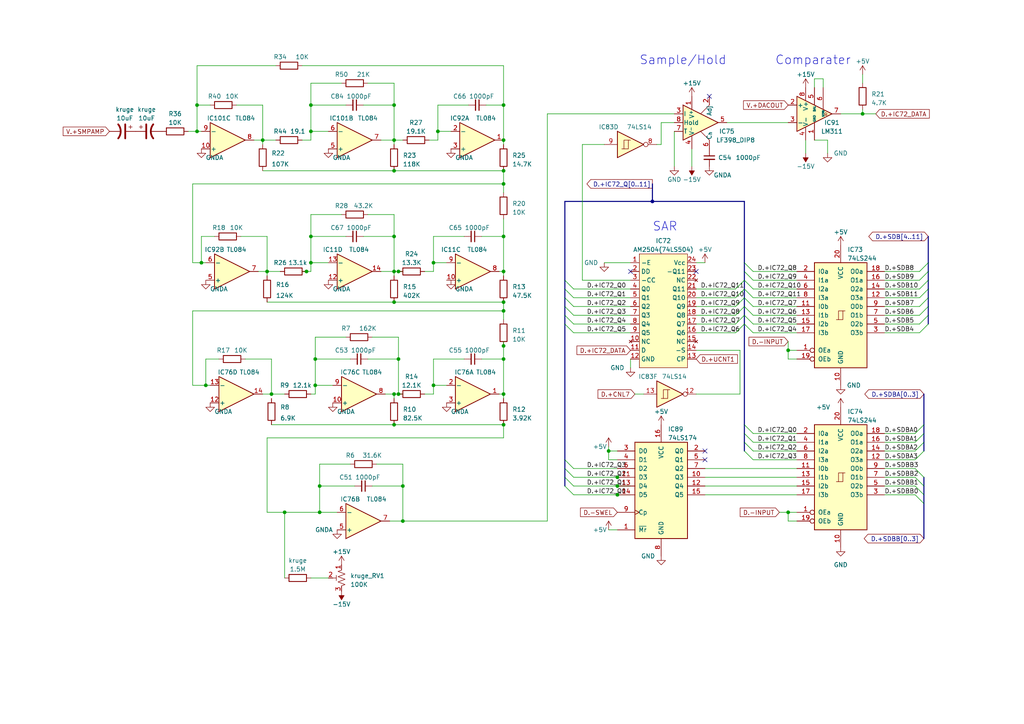
<source format=kicad_sch>
(kicad_sch (version 20230121) (generator eeschema)
  (paper "A4")
  (lib_symbols
    (symbol "74xx:74LS14" (pin_names (offset 1.016))
      (property "Reference" "U" (at 0 1.27 0))
      (property "Value" "74LS14" (at 0 -1.27 0))
      (symbol "74LS14_1_0"
        (pin input line (at -7.62 0 0) (length 3.81) (name "~") (number "1"))
        (pin output inverted (at 7.62 0 180) (length 3.81) (name "~") (number "2"))
      )
      (symbol "74LS14_2_0"
        (pin input line (at -7.62 0 0) (length 3.81) (name "~") (number "3"))
        (pin output inverted (at 7.62 0 180) (length 3.81) (name "~") (number "4"))
      )
      (symbol "74LS14_3_0"
        (pin input line (at -7.62 0 0) (length 3.81) (name "~") (number "5"))
        (pin output inverted (at 7.62 0 180) (length 3.81) (name "~") (number "6"))
      )
      (symbol "74LS14_4_0"
        (pin output inverted (at 7.62 0 180) (length 3.81) (name "~") (number "8"))
        (pin input line (at -7.62 0 0) (length 3.81) (name "~") (number "9"))
      )
      (symbol "74LS14_5_0"
        (pin output inverted (at 7.62 0 180) (length 3.81) (name "~") (number "10"))
        (pin input line (at -7.62 0 0) (length 3.81) (name "~") (number "11"))
      )
      (symbol "74LS14_6_0"
        (pin output inverted (at 7.62 0 180) (length 3.81) (name "~") (number "12"))
        (pin input line (at -7.62 0 0) (length 3.81) (name "~") (number "13"))
      )
      (symbol "74LS14_7_0"
        (pin power_in line (at 0 12.7 270) (length 5.08) (name "VCC") (number "14"))
        (pin power_in line (at 0 -12.7 90) (length 5.08) (name "GND") (number "7"))
      )
    )
    (symbol "74xx:74LS174" (pin_names (offset 1.016))
      (property "Reference" "U" (at -7.62 13.97 0))
      (property "Value" "74LS174" (at -7.62 -16.51 0))
      (symbol "74LS174_1_0"
        (pin input line (at -12.7 -12.7 0) (length 5.08) (name "~{Mr}") (number "1"))
        (pin output line (at 12.7 2.54 180) (length 5.08) (name "Q3") (number "10"))
        (pin input line (at -12.7 2.54 0) (length 5.08) (name "D3") (number "11"))
        (pin output line (at 12.7 0 180) (length 5.08) (name "Q4") (number "12"))
        (pin input line (at -12.7 0 0) (length 5.08) (name "D4") (number "13"))
        (pin input line (at -12.7 -2.54 0) (length 5.08) (name "D5") (number "14"))
        (pin output line (at 12.7 -2.54 180) (length 5.08) (name "Q5") (number "15"))
        (pin power_in line (at 0 17.78 270) (length 5.08) (name "VCC") (number "16"))
        (pin output line (at 12.7 10.16 180) (length 5.08) (name "Q0") (number "2"))
        (pin input line (at -12.7 10.16 0) (length 5.08) (name "D0") (number "3"))
        (pin input line (at -12.7 7.62 0) (length 5.08) (name "D1") (number "4"))
        (pin output line (at 12.7 7.62 180) (length 5.08) (name "Q1") (number "5"))
        (pin input line (at -12.7 5.08 0) (length 5.08) (name "D2") (number "6"))
        (pin output line (at 12.7 5.08 180) (length 5.08) (name "Q2") (number "7"))
        (pin power_in line (at 0 -20.32 90) (length 5.08) (name "GND") (number "8"))
        (pin input clock (at -12.7 -7.62 0) (length 5.08) (name "Cp") (number "9"))
      )
    )
    (symbol "74xx:74LS244" (pin_names (offset 1.016))
      (property "Reference" "U" (at -7.62 16.51 0))
      (property "Value" "74LS244" (at -7.62 -16.51 0))
      (symbol "74LS244_1_0"
        (pin input inverted (at -12.7 -10.16 0) (length 5.08) (name "OEa") (number "1"))
        (pin power_in line (at 0 -20.32 90) (length 5.08) (name "GND") (number "10"))
        (pin input line (at -12.7 2.54 0) (length 5.08) (name "I0b") (number "11"))
        (pin tri_state line (at 12.7 5.08 180) (length 5.08) (name "O3a") (number "12"))
        (pin input line (at -12.7 0 0) (length 5.08) (name "I1b") (number "13"))
        (pin tri_state line (at 12.7 7.62 180) (length 5.08) (name "O2a") (number "14"))
        (pin input line (at -12.7 -2.54 0) (length 5.08) (name "I2b") (number "15"))
        (pin tri_state line (at 12.7 10.16 180) (length 5.08) (name "O1a") (number "16"))
        (pin input line (at -12.7 -5.08 0) (length 5.08) (name "I3b") (number "17"))
        (pin tri_state line (at 12.7 12.7 180) (length 5.08) (name "O0a") (number "18"))
        (pin input inverted (at -12.7 -12.7 0) (length 5.08) (name "OEb") (number "19"))
        (pin input line (at -12.7 12.7 0) (length 5.08) (name "I0a") (number "2"))
        (pin power_in line (at 0 20.32 270) (length 5.08) (name "VCC") (number "20"))
        (pin tri_state line (at 12.7 -5.08 180) (length 5.08) (name "O3b") (number "3"))
        (pin input line (at -12.7 10.16 0) (length 5.08) (name "I1a") (number "4"))
        (pin tri_state line (at 12.7 -2.54 180) (length 5.08) (name "O2b") (number "5"))
        (pin input line (at -12.7 7.62 0) (length 5.08) (name "I2a") (number "6"))
        (pin tri_state line (at 12.7 0 180) (length 5.08) (name "O1b") (number "7"))
        (pin input line (at -12.7 5.08 0) (length 5.08) (name "I3a") (number "8"))
        (pin tri_state line (at 12.7 2.54 180) (length 5.08) (name "O0b") (number "9"))
      )
    )
    (symbol "Amplifier_Operational:TL084" (pin_names (offset 0.127))
      (property "Reference" "U" (at 0 5.08 0))
      (property "Value" "TL084" (at 0 -5.08 0))
      (symbol "TL084_1_1"
        (pin output line (at 7.62 0 180) (length 2.54) (name "~") (number "1"))
        (pin input line (at -7.62 -2.54 0) (length 2.54) (name "-") (number "2"))
        (pin input line (at -7.62 2.54 0) (length 2.54) (name "+") (number "3"))
      )
      (symbol "TL084_2_1"
        (pin input line (at -7.62 2.54 0) (length 2.54) (name "+") (number "5"))
        (pin input line (at -7.62 -2.54 0) (length 2.54) (name "-") (number "6"))
        (pin output line (at 7.62 0 180) (length 2.54) (name "~") (number "7"))
      )
      (symbol "TL084_3_1"
        (pin input line (at -7.62 2.54 0) (length 2.54) (name "+") (number "10"))
        (pin output line (at 7.62 0 180) (length 2.54) (name "~") (number "8"))
        (pin input line (at -7.62 -2.54 0) (length 2.54) (name "-") (number "9"))
      )
      (symbol "TL084_4_1"
        (pin input line (at -7.62 2.54 0) (length 2.54) (name "+") (number "12"))
        (pin input line (at -7.62 -2.54 0) (length 2.54) (name "-") (number "13"))
        (pin output line (at 7.62 0 180) (length 2.54) (name "~") (number "14"))
      )
      (symbol "TL084_5_1"
        (pin power_in line (at -2.54 -7.62 90) (length 3.81) (name "V-") (number "11"))
        (pin power_in line (at -2.54 7.62 270) (length 3.81) (name "V+") (number "4"))
      )
    )
    (symbol "Analog:LF398_DIP8" (pin_names (offset 0.127))
      (property "Reference" "U" (at 5.08 3.81 0))
      (property "Value" "LF398_DIP8" (at 5.08 -2.54 0))
      (symbol "LF398_DIP8_1_1"
        (pin passive line (at -2.54 7.62 270) (length 3.81) (name "V^{+}") (number "1"))
        (pin passive line (at 2.54 7.62 270) (length 2.54) (name "Adj") (number "2"))
        (pin input line (at -7.62 2.54 0) (length 2.54) (name "I") (number "3"))
        (pin passive line (at -2.54 -7.62 90) (length 3.81) (name "V^{-}") (number "4"))
        (pin output line (at 7.62 0 180) (length 2.54) (name "~") (number "5"))
        (pin passive line (at 2.54 -7.62 90) (length 2.54) (name "C_{h}") (number "6"))
        (pin passive line (at -7.62 -2.54 0) (length 2.54) (name "T") (number "7"))
        (pin input line (at -7.62 0 0) (length 2.54) (name "Hold") (number "8"))
      )
    )
    (symbol "Comparator:LM311" (pin_names (offset 0.127))
      (property "Reference" "U" (at 3.81 6.35 0))
      (property "Value" "LM311" (at 3.81 3.81 0))
      (symbol "LM311_1_1"
        (pin passive line (at 0 -7.62 90) (length 5.08) (name "GND") (number "1"))
        (pin input line (at -7.62 2.54 0) (length 2.54) (name "+") (number "2"))
        (pin input line (at -7.62 -2.54 0) (length 2.54) (name "-") (number "3"))
        (pin power_in line (at -2.54 -7.62 90) (length 3.81) (name "V-") (number "4"))
        (pin input line (at 0 7.62 270) (length 5.08) (name "BAL") (number "5"))
        (pin input line (at 2.54 7.62 270) (length 6.35) (name "STRB") (number "6"))
        (pin open_collector line (at 7.62 0 180) (length 2.54) (name "~") (number "7"))
        (pin power_in line (at -2.54 7.62 270) (length 3.81) (name "V+") (number "8"))
      )
    )
    (symbol "Device:C_Polarized_US" (pin_numbers hide) (pin_names (offset 0.254) hide)
      (property "Reference" "C" (at 0.635 2.54 0))
      (property "Value" "C_Polarized_US" (at 0.635 -2.54 0))
      (symbol "C_Polarized_US_1_1"
        (pin passive line (at 0 3.81 270) (length 2.794) (name "~") (number "1"))
        (pin passive line (at 0 -3.81 90) (length 3.302) (name "~") (number "2"))
      )
    )
    (symbol "Device:C_Small" (pin_numbers hide) (pin_names (offset 0.254) hide)
      (property "Reference" "C" (at 0.254 1.778 0))
      (property "Value" "C_Small" (at 0.254 -2.032 0))
      (symbol "C_Small_1_1"
        (pin passive line (at 0 2.54 270) (length 2.032) (name "~") (number "1"))
        (pin passive line (at 0 -2.54 90) (length 2.032) (name "~") (number "2"))
      )
    )
    (symbol "Device:R" (pin_numbers hide) (pin_names (offset 0))
      (property "Reference" "R" (at 2.032 0 90))
      (property "Value" "R" (at 0 0 90))
      (symbol "R_1_1"
        (pin passive line (at 0 3.81 270) (length 1.27) (name "~") (number "1"))
        (pin passive line (at 0 -3.81 90) (length 1.27) (name "~") (number "2"))
      )
    )
    (symbol "Device:R_Potentiometer_Trim_US" (pin_names (offset 1.016) hide)
      (property "Reference" "RV" (at -4.445 0 90))
      (property "Value" "R_Potentiometer_Trim_US" (at -2.54 0 90))
      (symbol "R_Potentiometer_Trim_US_1_1"
        (pin passive line (at 0 3.81 270) (length 1.27) (name "1") (number "1"))
        (pin passive line (at 3.81 0 180) (length 1.27) (name "2") (number "2"))
        (pin passive line (at 0 -3.81 90) (length 1.27) (name "3") (number "3"))
      )
    )
    (symbol "SamacSys_Parts:AM2504"
      (property "Reference" "IC" (at -2.54 2.54 0))
      (property "Value" "AM2504(74LS504)" (at 1.27 0 0))
      (symbol "AM2504_1_1"
        (pin input line (at -8.89 -3.81 0) (length 2.54) (name "-E") (number "1"))
        (pin no_connect line (at -8.89 -26.67 0) (length 2.54) (name "NC") (number "10"))
        (pin input line (at -8.89 -29.21 0) (length 2.54) (name "D") (number "11"))
        (pin power_in line (at -8.89 -31.75 0) (length 2.54) (name "GND") (number "12"))
        (pin input line (at 10.16 -31.75 180) (length 2.54) (name "CP") (number "13"))
        (pin input line (at 10.16 -29.21 180) (length 2.54) (name "-S") (number "14"))
        (pin no_connect line (at 10.16 -26.67 180) (length 2.54) (name "NC") (number "15"))
        (pin output line (at 10.16 -24.13 180) (length 2.54) (name "Q6") (number "16"))
        (pin output line (at 10.16 -21.59 180) (length 2.54) (name "Q7") (number "17"))
        (pin output line (at 10.16 -19.05 180) (length 2.54) (name "Q8") (number "18"))
        (pin output line (at 10.16 -16.51 180) (length 2.54) (name "Q9") (number "19"))
        (pin output line (at -8.89 -6.35 0) (length 2.54) (name "DD") (number "2"))
        (pin output line (at 10.16 -13.97 180) (length 2.54) (name "Q10") (number "20"))
        (pin output line (at 10.16 -11.43 180) (length 2.54) (name "Q11") (number "21"))
        (pin no_connect line (at 10.16 -8.89 180) (length 2.54) (name "NC") (number "22"))
        (pin output line (at 10.16 -6.35 180) (length 2.54) (name "-Q11") (number "23"))
        (pin power_in line (at 10.16 -3.81 180) (length 2.54) (name "Vcc") (number "24"))
        (pin input line (at -8.89 -8.89 0) (length 2.54) (name "-CC") (number "3"))
        (pin output line (at -8.89 -11.43 0) (length 2.54) (name "Q0") (number "4"))
        (pin output line (at -8.89 -13.97 0) (length 2.54) (name "Q1") (number "5"))
        (pin output line (at -8.89 -16.51 0) (length 2.54) (name "Q2") (number "6"))
        (pin output line (at -8.89 -19.05 0) (length 2.54) (name "Q3") (number "7"))
        (pin output line (at -8.89 -21.59 0) (length 2.54) (name "Q4") (number "8"))
        (pin output line (at -8.89 -24.13 0) (length 2.54) (name "Q5") (number "9"))
      )
    )
    (symbol "power:+15V" (power) (pin_names (offset 0))
      (property "Value" "+15V" (at 0 3.556 0))
      (symbol "+15V_1_1"
        (pin power_in line (at 0 0 90) (length 0) hide (name "+15V") (number "1"))
      )
    )
    (symbol "power:+5V" (power) (pin_names (offset 0))
      (property "Value" "+5V" (at 0 3.556 0))
      (symbol "+5V_1_1"
        (pin power_in line (at 0 0 90) (length 0) hide (name "+5V") (number "1"))
      )
    )
    (symbol "power:-15V" (power) (pin_names (offset 0))
      (property "Value" "-15V" (at 0 3.81 0))
      (symbol "-15V_0_0"
        (pin power_in line (at 0 0 90) (length 0) hide (name "-15V") (number "1"))
      )
    )
    (symbol "power:GND" (power) (pin_names (offset 0))
      (property "Value" "GND" (at 0 -3.81 0))
      (symbol "GND_1_1"
        (pin power_in line (at 0 0 270) (length 0) hide (name "GND") (number "1"))
      )
    )
    (symbol "power:GNDA" (power) (pin_names (offset 0))
      (property "Value" "GNDA" (at 0 -3.81 0))
      (symbol "GNDA_1_1"
        (pin power_in line (at 0 0 270) (length 0) hide (name "GNDA") (number "1"))
      )
    )
  )
  (junction (at 114.3 87.63))
  (junction (at 146.05 104.14))
  (junction (at 115.57 114.3))
  (junction (at 189.23 58.42))
  (junction (at 92.71 140.97))
  (junction (at 146.05 114.3))
  (junction (at 91.44 111.76))
  (junction (at 92.71 148.59))
  (junction (at 146.05 68.58))
  (junction (at 228.6 148.59))
  (junction (at 114.3 78.74))
  (junction (at 114.3 123.19))
  (junction (at 146.05 40.64))
  (junction (at 179.07 143.51))
  (junction (at 125.73 76.2))
  (junction (at 176.53 130.81))
  (junction (at 114.3 30.48))
  (junction (at 146.05 100.33))
  (junction (at 82.55 148.59))
  (junction (at 146.05 78.74))
  (junction (at 125.73 111.76))
  (junction (at 146.05 49.53))
  (junction (at 116.84 140.97))
  (junction (at 77.47 78.74))
  (junction (at 90.17 76.2))
  (junction (at 114.3 114.3))
  (junction (at 115.57 78.74))
  (junction (at 146.05 87.63))
  (junction (at 88.9 78.74))
  (junction (at 114.3 40.64))
  (junction (at 114.3 68.58))
  (junction (at 228.6 101.6))
  (junction (at 90.17 30.48))
  (junction (at 114.3 49.53))
  (junction (at 146.05 30.48))
  (junction (at 250.19 33.02))
  (junction (at 179.07 140.97))
  (junction (at 146.05 123.19))
  (junction (at 78.74 114.3))
  (junction (at 146.05 90.17))
  (junction (at 91.44 104.14))
  (junction (at 58.42 76.2))
  (junction (at 116.84 151.13))
  (junction (at 90.17 68.58))
  (junction (at 90.17 38.1))
  (junction (at 57.15 30.48))
  (junction (at 127 38.1))
  (junction (at 57.15 38.1))
  (junction (at 179.07 138.43))
  (junction (at 115.57 104.14))
  (junction (at 59.69 111.76))
  (junction (at 146.05 53.34))
  (junction (at 76.2 40.64))
  (no_connect (at 205.74 27.94))
  (no_connect (at 182.88 78.74))
  (no_connect (at 204.47 130.81))
  (no_connect (at 204.47 133.35))
  (no_connect (at 201.93 78.74))
  (bus_entry (at 166.37 91.44) (size -2.54 -2.54))
  (bus_entry (at 266.7 93.98) (size 2.54 -2.54))
  (bus_entry (at 218.44 130.81) (size -2.54 -2.54))
  (bus_entry (at 265.43 133.35) (size 2.54 -2.54))
  (bus_entry (at 218.44 133.35) (size -2.54 -2.54))
  (bus_entry (at 166.37 88.9) (size -2.54 -2.54))
  (bus_entry (at 218.44 128.27) (size -2.54 -2.54))
  (bus_entry (at 218.44 88.9) (size -2.54 -2.54))
  (bus_entry (at 265.43 125.73) (size 2.54 -2.54))
  (bus_entry (at 266.7 83.82) (size 2.54 -2.54))
  (bus_entry (at 266.7 78.74) (size 2.54 -2.54))
  (bus_entry (at 266.7 88.9) (size 2.54 -2.54))
  (bus_entry (at 265.43 138.43) (size 2.54 2.54))
  (bus_entry (at 213.36 91.44) (size 2.54 -2.54))
  (bus_entry (at 166.37 135.89) (size -2.54 -2.54))
  (bus_entry (at 218.44 96.52) (size -2.54 -2.54))
  (bus_entry (at 218.44 81.28) (size -2.54 -2.54))
  (bus_entry (at 218.44 83.82) (size -2.54 -2.54))
  (bus_entry (at 213.36 86.36) (size 2.54 -2.54))
  (bus_entry (at 266.7 91.44) (size 2.54 -2.54))
  (bus_entry (at 166.37 143.51) (size -2.54 -2.54))
  (bus_entry (at 213.36 83.82) (size 2.54 -2.54))
  (bus_entry (at 266.7 86.36) (size 2.54 -2.54))
  (bus_entry (at 266.7 96.52) (size 2.54 -2.54))
  (bus_entry (at 218.44 78.74) (size -2.54 -2.54))
  (bus_entry (at 218.44 91.44) (size -2.54 -2.54))
  (bus_entry (at 265.43 140.97) (size 2.54 2.54))
  (bus_entry (at 213.36 96.52) (size 2.54 -2.54))
  (bus_entry (at 166.37 83.82) (size -2.54 -2.54))
  (bus_entry (at 265.43 130.81) (size 2.54 -2.54))
  (bus_entry (at 166.37 86.36) (size -2.54 -2.54))
  (bus_entry (at 166.37 138.43) (size -2.54 -2.54))
  (bus_entry (at 166.37 140.97) (size -2.54 -2.54))
  (bus_entry (at 218.44 93.98) (size -2.54 -2.54))
  (bus_entry (at 265.43 135.89) (size 2.54 2.54))
  (bus_entry (at 218.44 86.36) (size -2.54 -2.54))
  (bus_entry (at 218.44 125.73) (size -2.54 -2.54))
  (bus_entry (at 265.43 128.27) (size 2.54 -2.54))
  (bus_entry (at 166.37 93.98) (size -2.54 -2.54))
  (bus_entry (at 213.36 93.98) (size 2.54 -2.54))
  (bus_entry (at 213.36 88.9) (size 2.54 -2.54))
  (bus_entry (at 266.7 81.28) (size 2.54 -2.54))
  (bus_entry (at 166.37 96.52) (size -2.54 -2.54))
  (bus_entry (at 265.43 143.51) (size 2.54 2.54))
  (wire (pts (xy 146.05 90.17) (xy 146.05 92.71)))
  (wire (pts (xy 256.54 133.35) (xy 265.43 133.35)))
  (wire (pts (xy 236.22 25.4) (xy 236.22 22.86)))
  (wire (pts (xy 256.54 130.81) (xy 265.43 130.81)))
  (wire (pts (xy 204.47 138.43) (xy 231.14 138.43)))
  (wire (pts (xy 101.6 134.62) (xy 92.71 134.62)))
  (bus (pts (xy 267.97 138.43) (xy 267.97 140.97)))
  (bus (pts (xy 215.9 123.19) (xy 215.9 125.73)))
  (bus (pts (xy 215.9 83.82) (xy 215.9 86.36)))
  (wire (pts (xy 57.15 38.1) (xy 58.42 38.1)))
  (wire (pts (xy 250.19 21.59) (xy 250.19 24.13)))
  (wire (pts (xy 76.2 49.53) (xy 114.3 49.53)))
  (wire (pts (xy 146.05 115.57) (xy 146.05 114.3)))
  (wire (pts (xy 146.05 80.01) (xy 146.05 78.74)))
  (wire (pts (xy 116.84 151.13) (xy 113.03 151.13)))
  (bus (pts (xy 215.9 93.98) (xy 215.9 123.19)))
  (wire (pts (xy 116.84 140.97) (xy 116.84 134.62)))
  (wire (pts (xy 228.6 101.6) (xy 231.14 101.6)))
  (wire (pts (xy 214.63 114.3) (xy 214.63 101.6)))
  (wire (pts (xy 90.17 167.64) (xy 95.25 167.64)))
  (wire (pts (xy 182.88 106.68) (xy 182.88 104.14)))
  (wire (pts (xy 102.87 140.97) (xy 92.71 140.97)))
  (wire (pts (xy 158.75 151.13) (xy 158.75 33.02)))
  (wire (pts (xy 214.63 114.3) (xy 201.93 114.3)))
  (wire (pts (xy 204.47 76.2) (xy 201.93 76.2)))
  (wire (pts (xy 115.57 104.14) (xy 115.57 97.79)))
  (wire (pts (xy 114.3 62.23) (xy 106.68 62.23)))
  (wire (pts (xy 233.68 44.45) (xy 233.68 40.64)))
  (bus (pts (xy 163.83 135.89) (xy 163.83 133.35)))
  (wire (pts (xy 146.05 68.58) (xy 139.7 68.58)))
  (bus (pts (xy 215.9 125.73) (xy 215.9 128.27)))
  (wire (pts (xy 55.88 111.76) (xy 59.69 111.76)))
  (wire (pts (xy 218.44 125.73) (xy 231.14 125.73)))
  (wire (pts (xy 77.47 78.74) (xy 81.28 78.74)))
  (wire (pts (xy 146.05 49.53) (xy 146.05 53.34)))
  (bus (pts (xy 163.83 58.42) (xy 163.83 81.28)))
  (wire (pts (xy 146.05 127) (xy 77.47 127)))
  (wire (pts (xy 114.3 87.63) (xy 146.05 87.63)))
  (wire (pts (xy 218.44 128.27) (xy 231.14 128.27)))
  (wire (pts (xy 256.54 86.36) (xy 266.7 86.36)))
  (wire (pts (xy 158.75 33.02) (xy 195.58 33.02)))
  (bus (pts (xy 189.23 58.42) (xy 215.9 58.42)))
  (wire (pts (xy 218.44 88.9) (xy 231.14 88.9)))
  (bus (pts (xy 267.97 146.05) (xy 267.97 156.21)))
  (wire (pts (xy 231.14 151.13) (xy 228.6 151.13)))
  (wire (pts (xy 201.93 86.36) (xy 213.36 86.36)))
  (wire (pts (xy 77.47 87.63) (xy 114.3 87.63)))
  (wire (pts (xy 99.06 62.23) (xy 90.17 62.23)))
  (bus (pts (xy 269.24 81.28) (xy 269.24 83.82)))
  (wire (pts (xy 201.93 91.44) (xy 213.36 91.44)))
  (wire (pts (xy 115.57 97.79) (xy 107.95 97.79)))
  (wire (pts (xy 60.96 30.48) (xy 57.15 30.48)))
  (wire (pts (xy 240.03 40.64) (xy 236.22 40.64)))
  (wire (pts (xy 168.91 81.28) (xy 168.91 41.91)))
  (wire (pts (xy 125.73 111.76) (xy 129.54 111.76)))
  (wire (pts (xy 100.33 30.48) (xy 90.17 30.48)))
  (bus (pts (xy 269.24 88.9) (xy 269.24 91.44)))
  (wire (pts (xy 114.3 40.64) (xy 114.3 30.48)))
  (wire (pts (xy 91.44 111.76) (xy 96.52 111.76)))
  (wire (pts (xy 218.44 83.82) (xy 231.14 83.82)))
  (wire (pts (xy 114.3 30.48) (xy 114.3 24.13)))
  (bus (pts (xy 267.97 143.51) (xy 267.97 146.05)))
  (wire (pts (xy 250.19 31.75) (xy 250.19 33.02)))
  (wire (pts (xy 166.37 83.82) (xy 182.88 83.82)))
  (wire (pts (xy 256.54 140.97) (xy 265.43 140.97)))
  (wire (pts (xy 146.05 114.3) (xy 144.78 114.3)))
  (wire (pts (xy 146.05 63.5) (xy 146.05 68.58)))
  (wire (pts (xy 54.61 38.1) (xy 57.15 38.1)))
  (wire (pts (xy 59.69 104.14) (xy 59.69 111.76)))
  (wire (pts (xy 182.88 138.43) (xy 179.07 138.43)))
  (wire (pts (xy 256.54 78.74) (xy 266.7 78.74)))
  (bus (pts (xy 215.9 86.36) (xy 215.9 88.9)))
  (wire (pts (xy 116.84 151.13) (xy 158.75 151.13)))
  (wire (pts (xy 176.53 130.81) (xy 179.07 130.81)))
  (wire (pts (xy 63.5 104.14) (xy 59.69 104.14)))
  (wire (pts (xy 256.54 143.51) (xy 265.43 143.51)))
  (bus (pts (xy 215.9 76.2) (xy 215.9 58.42)))
  (wire (pts (xy 166.37 138.43) (xy 179.07 138.43)))
  (wire (pts (xy 114.3 123.19) (xy 146.05 123.19)))
  (bus (pts (xy 163.83 93.98) (xy 163.83 133.35)))
  (bus (pts (xy 269.24 78.74) (xy 269.24 81.28)))
  (bus (pts (xy 215.9 81.28) (xy 215.9 78.74)))
  (wire (pts (xy 228.6 151.13) (xy 228.6 148.59)))
  (wire (pts (xy 256.54 138.43) (xy 265.43 138.43)))
  (wire (pts (xy 125.73 78.74) (xy 125.73 76.2)))
  (wire (pts (xy 256.54 128.27) (xy 265.43 128.27)))
  (wire (pts (xy 166.37 96.52) (xy 182.88 96.52)))
  (wire (pts (xy 166.37 143.51) (xy 179.07 143.51)))
  (wire (pts (xy 55.88 90.17) (xy 55.88 111.76)))
  (wire (pts (xy 77.47 78.74) (xy 77.47 80.01)))
  (wire (pts (xy 182.88 81.28) (xy 168.91 81.28)))
  (wire (pts (xy 127 40.64) (xy 127 38.1)))
  (wire (pts (xy 129.54 81.28) (xy 130.81 81.28)))
  (wire (pts (xy 195.58 48.26) (xy 195.58 38.1)))
  (wire (pts (xy 146.05 104.14) (xy 139.7 104.14)))
  (wire (pts (xy 218.44 86.36) (xy 231.14 86.36)))
  (wire (pts (xy 146.05 87.63) (xy 146.05 90.17)))
  (bus (pts (xy 267.97 128.27) (xy 267.97 130.81)))
  (wire (pts (xy 218.44 93.98) (xy 231.14 93.98)))
  (wire (pts (xy 114.3 68.58) (xy 105.41 68.58)))
  (bus (pts (xy 269.24 91.44) (xy 269.24 93.98)))
  (wire (pts (xy 114.3 68.58) (xy 114.3 62.23)))
  (wire (pts (xy 90.17 24.13) (xy 90.17 30.48)))
  (wire (pts (xy 135.89 30.48) (xy 127 30.48)))
  (wire (pts (xy 191.77 41.91) (xy 191.77 35.56)))
  (wire (pts (xy 125.73 76.2) (xy 129.54 76.2)))
  (wire (pts (xy 228.6 99.06) (xy 228.6 101.6)))
  (wire (pts (xy 176.53 129.54) (xy 176.53 130.81)))
  (wire (pts (xy 90.17 76.2) (xy 90.17 78.74)))
  (bus (pts (xy 163.83 91.44) (xy 163.83 93.98)))
  (bus (pts (xy 189.23 58.42) (xy 189.23 53.34)))
  (wire (pts (xy 166.37 135.89) (xy 179.07 135.89)))
  (wire (pts (xy 256.54 81.28) (xy 266.7 81.28)))
  (wire (pts (xy 91.44 97.79) (xy 91.44 104.14)))
  (wire (pts (xy 176.53 153.67) (xy 179.07 153.67)))
  (wire (pts (xy 166.37 91.44) (xy 182.88 91.44)))
  (wire (pts (xy 228.6 104.14) (xy 228.6 101.6)))
  (bus (pts (xy 267.97 123.19) (xy 267.97 125.73)))
  (wire (pts (xy 114.3 80.01) (xy 114.3 78.74)))
  (wire (pts (xy 116.84 140.97) (xy 116.84 151.13)))
  (bus (pts (xy 267.97 140.97) (xy 267.97 143.51)))
  (wire (pts (xy 218.44 78.74) (xy 231.14 78.74)))
  (wire (pts (xy 256.54 125.73) (xy 265.43 125.73)))
  (wire (pts (xy 114.3 78.74) (xy 114.3 68.58)))
  (wire (pts (xy 114.3 115.57) (xy 114.3 114.3)))
  (wire (pts (xy 90.17 30.48) (xy 90.17 38.1)))
  (wire (pts (xy 57.15 30.48) (xy 57.15 38.1)))
  (bus (pts (xy 267.97 114.3) (xy 267.97 123.19)))
  (wire (pts (xy 191.77 35.56) (xy 195.58 35.56)))
  (wire (pts (xy 110.49 40.64) (xy 114.3 40.64)))
  (bus (pts (xy 163.83 81.28) (xy 163.83 83.82)))
  (bus (pts (xy 163.83 138.43) (xy 163.83 135.89)))
  (wire (pts (xy 201.93 96.52) (xy 213.36 96.52)))
  (wire (pts (xy 92.71 148.59) (xy 97.79 148.59)))
  (wire (pts (xy 92.71 140.97) (xy 92.71 148.59)))
  (wire (pts (xy 218.44 130.81) (xy 231.14 130.81)))
  (wire (pts (xy 91.44 111.76) (xy 91.44 114.3)))
  (wire (pts (xy 77.47 148.59) (xy 82.55 148.59)))
  (wire (pts (xy 115.57 78.74) (xy 116.84 78.74)))
  (wire (pts (xy 125.73 104.14) (xy 125.73 111.76)))
  (bus (pts (xy 163.83 86.36) (xy 163.83 88.9)))
  (wire (pts (xy 114.3 41.91) (xy 114.3 40.64)))
  (wire (pts (xy 125.73 68.58) (xy 125.73 76.2)))
  (wire (pts (xy 91.44 104.14) (xy 91.44 111.76)))
  (wire (pts (xy 179.07 133.35) (xy 176.53 133.35)))
  (wire (pts (xy 214.63 101.6) (xy 201.93 101.6)))
  (wire (pts (xy 127 38.1) (xy 130.81 38.1)))
  (bus (pts (xy 215.9 128.27) (xy 215.9 130.81)))
  (wire (pts (xy 76.2 114.3) (xy 78.74 114.3)))
  (wire (pts (xy 100.33 97.79) (xy 91.44 97.79)))
  (bus (pts (xy 163.83 140.97) (xy 163.83 138.43)))
  (wire (pts (xy 76.2 40.64) (xy 80.01 40.64)))
  (wire (pts (xy 201.93 83.82) (xy 213.36 83.82)))
  (wire (pts (xy 114.3 24.13) (xy 106.68 24.13)))
  (wire (pts (xy 256.54 91.44) (xy 266.7 91.44)))
  (wire (pts (xy 78.74 123.19) (xy 114.3 123.19)))
  (wire (pts (xy 184.15 114.3) (xy 186.69 114.3)))
  (wire (pts (xy 73.66 40.64) (xy 76.2 40.64)))
  (wire (pts (xy 114.3 30.48) (xy 105.41 30.48)))
  (wire (pts (xy 125.73 114.3) (xy 123.19 114.3)))
  (wire (pts (xy 76.2 41.91) (xy 76.2 40.64)))
  (wire (pts (xy 256.54 96.52) (xy 266.7 96.52)))
  (wire (pts (xy 91.44 114.3) (xy 90.17 114.3)))
  (wire (pts (xy 92.71 134.62) (xy 92.71 140.97)))
  (wire (pts (xy 146.05 78.74) (xy 144.78 78.74)))
  (wire (pts (xy 55.88 76.2) (xy 58.42 76.2)))
  (wire (pts (xy 77.47 127) (xy 77.47 148.59)))
  (wire (pts (xy 90.17 78.74) (xy 88.9 78.74)))
  (wire (pts (xy 238.76 22.86) (xy 238.76 25.4)))
  (wire (pts (xy 110.49 78.74) (xy 114.3 78.74)))
  (wire (pts (xy 146.05 123.19) (xy 146.05 127)))
  (wire (pts (xy 146.05 53.34) (xy 146.05 55.88)))
  (wire (pts (xy 218.44 133.35) (xy 231.14 133.35)))
  (bus (pts (xy 269.24 83.82) (xy 269.24 86.36)))
  (wire (pts (xy 88.9 78.74) (xy 87.63 78.74)))
  (wire (pts (xy 114.3 78.74) (xy 115.57 78.74)))
  (bus (pts (xy 215.9 78.74) (xy 215.9 76.2)))
  (wire (pts (xy 76.2 30.48) (xy 68.58 30.48)))
  (wire (pts (xy 256.54 83.82) (xy 266.7 83.82)))
  (bus (pts (xy 269.24 68.58) (xy 269.24 76.2)))
  (wire (pts (xy 201.93 88.9) (xy 213.36 88.9)))
  (wire (pts (xy 82.55 148.59) (xy 82.55 167.64)))
  (wire (pts (xy 125.73 78.74) (xy 123.19 78.74)))
  (wire (pts (xy 101.6 104.14) (xy 91.44 104.14)))
  (wire (pts (xy 226.06 148.59) (xy 228.6 148.59)))
  (wire (pts (xy 236.22 22.86) (xy 238.76 22.86)))
  (wire (pts (xy 166.37 93.98) (xy 182.88 93.98)))
  (wire (pts (xy 80.01 19.05) (xy 57.15 19.05)))
  (wire (pts (xy 146.05 99.06) (xy 146.05 100.33)))
  (wire (pts (xy 146.05 90.17) (xy 55.88 90.17)))
  (wire (pts (xy 134.62 104.14) (xy 125.73 104.14)))
  (wire (pts (xy 78.74 114.3) (xy 82.55 114.3)))
  (wire (pts (xy 166.37 88.9) (xy 182.88 88.9)))
  (wire (pts (xy 116.84 134.62) (xy 109.22 134.62)))
  (wire (pts (xy 146.05 19.05) (xy 87.63 19.05)))
  (bus (pts (xy 269.24 86.36) (xy 269.24 88.9)))
  (wire (pts (xy 228.6 148.59) (xy 231.14 148.59)))
  (wire (pts (xy 76.2 40.64) (xy 76.2 30.48)))
  (wire (pts (xy 204.47 135.89) (xy 231.14 135.89)))
  (bus (pts (xy 215.9 88.9) (xy 215.9 91.44)))
  (bus (pts (xy 163.83 83.82) (xy 163.83 86.36)))
  (wire (pts (xy 204.47 143.51) (xy 231.14 143.51)))
  (wire (pts (xy 90.17 40.64) (xy 87.63 40.64)))
  (wire (pts (xy 90.17 62.23) (xy 90.17 68.58)))
  (wire (pts (xy 146.05 40.64) (xy 146.05 30.48)))
  (bus (pts (xy 215.9 81.28) (xy 215.9 83.82)))
  (wire (pts (xy 115.57 114.3) (xy 115.57 104.14)))
  (wire (pts (xy 146.05 30.48) (xy 146.05 19.05)))
  (wire (pts (xy 77.47 68.58) (xy 69.85 68.58)))
  (wire (pts (xy 57.15 19.05) (xy 57.15 30.48)))
  (wire (pts (xy 256.54 88.9) (xy 266.7 88.9)))
  (wire (pts (xy 114.3 49.53) (xy 146.05 49.53)))
  (wire (pts (xy 218.44 91.44) (xy 231.14 91.44)))
  (wire (pts (xy 250.19 33.02) (xy 243.84 33.02)))
  (wire (pts (xy 77.47 78.74) (xy 77.47 68.58)))
  (wire (pts (xy 134.62 68.58) (xy 125.73 68.58)))
  (wire (pts (xy 78.74 114.3) (xy 78.74 104.14)))
  (wire (pts (xy 256.54 135.89) (xy 265.43 135.89)))
  (wire (pts (xy 115.57 104.14) (xy 106.68 104.14)))
  (wire (pts (xy 240.03 44.45) (xy 240.03 40.64)))
  (wire (pts (xy 90.17 68.58) (xy 90.17 76.2)))
  (wire (pts (xy 127 40.64) (xy 124.46 40.64)))
  (wire (pts (xy 218.44 96.52) (xy 231.14 96.52)))
  (bus (pts (xy 269.24 76.2) (xy 269.24 78.74)))
  (bus (pts (xy 267.97 125.73) (xy 267.97 128.27)))
  (wire (pts (xy 146.05 78.74) (xy 146.05 68.58)))
  (wire (pts (xy 201.93 93.98) (xy 213.36 93.98)))
  (wire (pts (xy 204.47 140.97) (xy 231.14 140.97)))
  (wire (pts (xy 146.05 41.91) (xy 146.05 40.64)))
  (wire (pts (xy 59.69 111.76) (xy 60.96 111.76)))
  (wire (pts (xy 58.42 76.2) (xy 59.69 76.2)))
  (wire (pts (xy 146.05 100.33) (xy 146.05 104.14)))
  (wire (pts (xy 168.91 41.91) (xy 175.26 41.91)))
  (wire (pts (xy 90.17 76.2) (xy 95.25 76.2)))
  (wire (pts (xy 146.05 30.48) (xy 140.97 30.48)))
  (wire (pts (xy 62.23 68.58) (xy 58.42 68.58)))
  (wire (pts (xy 166.37 140.97) (xy 179.07 140.97)))
  (wire (pts (xy 166.37 86.36) (xy 182.88 86.36)))
  (wire (pts (xy 55.88 53.34) (xy 55.88 76.2)))
  (wire (pts (xy 176.53 133.35) (xy 176.53 130.81)))
  (wire (pts (xy 256.54 93.98) (xy 266.7 93.98)))
  (wire (pts (xy 78.74 104.14) (xy 71.12 104.14)))
  (wire (pts (xy 58.42 68.58) (xy 58.42 76.2)))
  (bus (pts (xy 189.23 58.42) (xy 163.83 58.42)))
  (wire (pts (xy 250.19 33.02) (xy 254 33.02)))
  (bus (pts (xy 163.83 88.9) (xy 163.83 91.44)))
  (wire (pts (xy 191.77 41.91) (xy 190.5 41.91)))
  (wire (pts (xy 100.33 68.58) (xy 90.17 68.58)))
  (wire (pts (xy 111.76 114.3) (xy 114.3 114.3)))
  (wire (pts (xy 127 30.48) (xy 127 38.1)))
  (wire (pts (xy 114.3 114.3) (xy 115.57 114.3)))
  (bus (pts (xy 215.9 91.44) (xy 215.9 93.98)))
  (wire (pts (xy 90.17 38.1) (xy 95.25 38.1)))
  (wire (pts (xy 231.14 104.14) (xy 228.6 104.14)))
  (wire (pts (xy 182.88 140.97) (xy 179.07 140.97)))
  (wire (pts (xy 200.66 48.26) (xy 200.66 43.18)))
  (wire (pts (xy 125.73 114.3) (xy 125.73 111.76)))
  (wire (pts (xy 175.26 76.2) (xy 182.88 76.2)))
  (wire (pts (xy 218.44 81.28) (xy 231.14 81.28)))
  (wire (pts (xy 146.05 53.34) (xy 55.88 53.34)))
  (wire (pts (xy 210.82 35.56) (xy 228.6 35.56)))
  (wire (pts (xy 90.17 38.1) (xy 90.17 40.64)))
  (wire (pts (xy 116.84 140.97) (xy 107.95 140.97)))
  (wire (pts (xy 115.57 114.3) (xy 116.84 114.3)))
  (wire (pts (xy 74.93 78.74) (xy 77.47 78.74)))
  (wire (pts (xy 99.06 24.13) (xy 90.17 24.13)))
  (wire (pts (xy 114.3 40.64) (xy 116.84 40.64)))
  (wire (pts (xy 82.55 148.59) (xy 92.71 148.59)))
  (wire (pts (xy 182.88 143.51) (xy 179.07 143.51)))
  (wire (pts (xy 146.05 114.3) (xy 146.05 104.14)))
  (text "Comparater" (at 224.79 19.05 0) (effects (font (size 2.54 2.54)) (justify left bottom)))
  (text "Sample/Hold" (at 185.42 19.05 0) (effects (font (size 2.54 2.54)) (justify left bottom)))
  (text "SAR" (at 189.23 67.31 0) (effects (font (size 2.54 2.54)) (justify left bottom)))
  (label "D.+IC72_Q0" (at 170.18 143.51 0))
  (label "D.+SDBB2" (at 256.54 138.43 0))
  (label "D.+SDBA2" (at 256.54 130.81 0))
  (label "D.+IC72_Q6" (at 219.71 91.44 0))
  (label "D.+SDBA3" (at 256.54 133.35 0))
  (label "D.+IC72_Q7" (at 219.71 88.9 0))
  (label "D.+IC72_Q8" (at 219.71 78.74 0))
  (label "D.+SDB9" (at 256.54 81.28 0))
  (label "D.+IC72_Q0" (at 170.18 83.82 0))
  (label "D.+IC72_Q8" (at 203.2 91.44 0))
  (label "D.+IC72_Q10" (at 219.71 83.82 0))
  (label "D.+IC72_Q4" (at 170.18 93.98 0))
  (label "D.+IC72_Q4" (at 219.71 96.52 0))
  (label "D.+SDBB1" (at 256.54 140.97 0))
  (label "D.+IC72_Q2" (at 170.18 88.9 0))
  (label "D.+IC72_Q10" (at 203.2 86.36 0))
  (label "D.+SDBA1" (at 256.54 128.27 0))
  (label "D.+SDB11" (at 256.54 86.36 0))
  (label "D.+IC72_Q2" (at 170.18 138.43 0))
  (label "D.+IC72_Q5" (at 219.71 93.98 0))
  (label "D.+SDB5" (at 256.54 93.98 0))
  (label "D.+IC72_Q9" (at 203.2 88.9 0))
  (label "D.+IC72_Q3" (at 170.18 135.89 0))
  (label "D.+IC72_Q0" (at 219.71 125.73 0))
  (label "D.+IC72_Q1" (at 170.18 140.97 0))
  (label "D.+SDB8" (at 256.54 78.74 0))
  (label "D.+IC72_Q1" (at 170.18 86.36 0))
  (label "D.+IC72_Q7" (at 203.2 93.98 0))
  (label "D.+IC72_Q3" (at 219.71 133.35 0))
  (label "D.+SDB6" (at 256.54 91.44 0))
  (label "D.+IC72_Q3" (at 170.18 91.44 0))
  (label "D.+IC72_Q11" (at 203.2 83.82 0))
  (label "D.+SDBB3" (at 256.54 135.89 0))
  (label "D.+IC72_Q11" (at 219.71 86.36 0))
  (label "D.+SDB4" (at 256.54 96.52 0))
  (label "D.+SDBB0" (at 256.54 143.51 0))
  (label "D.+SDB7" (at 256.54 88.9 0))
  (label "D.+IC72_Q5" (at 170.18 96.52 0))
  (label "D.+IC72_Q6" (at 203.2 96.52 0))
  (label "D.+SDBA0" (at 256.54 125.73 0))
  (label "D.+IC72_Q1" (at 219.71 128.27 0))
  (label "D.+IC72_Q2" (at 219.71 130.81 0))
  (label "D.+SDB10" (at 256.54 83.82 0))
  (label "D.+IC72_Q9" (at 219.71 81.28 0))
  (global_label "D.+IC72_DATA" (shape input) (at 254 33.02 0) (property "Intersheetrefs" "${INTERSHEET_REFS}" (effects hide)))
  (global_label "D.-SWEL" (shape input) (at 179.07 148.59 180) (property "Intersheetrefs" "${INTERSHEET_REFS}" (effects hide)))
  (global_label "V.+SMPAMP" (shape input) (at 31.75 38.1 180) (property "Intersheetrefs" "${INTERSHEET_REFS}" (effects hide)))
  (global_label "D.+SDBB[0..3]" (shape bidirectional) (at 267.97 156.21 180) (property "Intersheetrefs" "${INTERSHEET_REFS}" (effects hide)))
  (global_label "D.+SDB[4..11]" (shape bidirectional) (at 269.24 68.58 180) (property "Intersheetrefs" "${INTERSHEET_REFS}" (effects hide)))
  (global_label "D.+CNL7" (shape input) (at 184.15 114.3 180) (property "Intersheetrefs" "${INTERSHEET_REFS}" (effects hide)))
  (global_label "D.+SDBA[0..3]" (shape bidirectional) (at 267.97 114.3 180) (property "Intersheetrefs" "${INTERSHEET_REFS}" (effects hide)))
  (global_label "D.+UCNT1" (shape input) (at 201.93 104.14 0) (property "Intersheetrefs" "${INTERSHEET_REFS}" (effects hide)))
  (global_label "V.+DACOUT" (shape input) (at 228.6 30.48 180) (property "Intersheetrefs" "${INTERSHEET_REFS}" (effects hide)))
  (global_label "D.+IC72_DATA" (shape input) (at 182.88 101.6 180) (property "Intersheetrefs" "${INTERSHEET_REFS}" (effects hide)))
  (global_label "D.-INPUT" (shape input) (at 228.6 99.06 180) (property "Intersheetrefs" "${INTERSHEET_REFS}" (effects hide)))
  (global_label "D.-INPUT" (shape input) (at 226.06 148.59 180) (property "Intersheetrefs" "${INTERSHEET_REFS}" (effects hide)))
  (global_label "D.+IC72_Q[0..11]" (shape output) (at 189.23 53.34 180) (property "Intersheetrefs" "${INTERSHEET_REFS}" (effects hide)))
  (symbol (lib_id "Device:R") (at 114.3 119.38 0) (unit 1)
    (property "Reference" "R10" (at 116.84 118.745 0) (effects (justify left)))
    (property "Value" "82.5K" (at 116.84 121.285 0) (effects (justify left)))
    (property "Footprint" "Resistor_THT:R_Axial_DIN0204_L3.6mm_D1.6mm_P5.08mm_Horizontal" (effects hide))
  )
  (symbol (lib_id "Device:R") (at 67.31 104.14 90) (unit 1)
    (property "Reference" "R17" (at 64.77 101.6 90))
    (property "Value" "10K" (at 69.85 101.6 90))
    (property "Footprint" "Resistor_THT:R_Axial_DIN0204_L3.6mm_D1.6mm_P5.08mm_Horizontal" (effects hide))
  )
  (symbol (lib_id "power:+5V") (at 250.19 21.59 0) (unit 1)
    (property "Reference" "#PWR0227" (effects hide))
    (property "Value" "+5V" (at 250.19 17.78 0))
  )
  (symbol (lib_id "Comparator:LM311") (at 236.22 33.02 0) (unit 1)
    (property "Reference" "IC91" (at 241.3 35.56 0))
    (property "Value" "LM311" (at 241.3 38.1 0))
    (property "Footprint" "Package_DIP:DIP-8_W7.62mm" (effects hide))
    (property "Datasheet" "https://www.st.com/resource/en/datasheet/lm311.pdf" (effects hide))
  )
  (symbol (lib_id "power:GND") (at 195.58 48.26 0) (unit 1)
    (property "Reference" "#PWR0234" (effects hide))
    (property "Value" "GND" (at 195.58 52.07 0))
  )
  (symbol (lib_id "Device:R") (at 85.09 78.74 90) (unit 1)
    (property "Reference" "R26" (at 81.28 76.2 90))
    (property "Value" "13.1k" (at 86.36 76.2 90))
    (property "Footprint" "Resistor_THT:R_Axial_DIN0204_L3.6mm_D1.6mm_P5.08mm_Horizontal" (effects hide))
  )
  (symbol (lib_id "Amplifier_Operational:TL084") (at 68.58 114.3 0) (mirror x) (unit 4)
    (property "Reference" "IC76" (at 66.04 107.95 0))
    (property "Value" "TL084" (at 72.39 107.95 0))
    (property "Datasheet" "http://www.ti.com/lit/ds/symlink/tl081.pdf" (effects hide))
  )
  (symbol (lib_id "power:-15V") (at 99.06 171.45 0) (mirror x) (unit 1)
    (property "Reference" "#PWR0237" (effects hide))
    (property "Value" "-15V" (at 99.06 175.26 0))
  )
  (symbol (lib_id "Device:R") (at 114.3 83.82 0) (unit 1)
    (property "Reference" "R15" (at 116.84 83.185 0) (effects (justify left)))
    (property "Value" "402K" (at 116.84 85.725 0) (effects (justify left)))
    (property "Footprint" "Resistor_THT:R_Axial_DIN0204_L3.6mm_D1.6mm_P5.08mm_Horizontal" (effects hide))
  )
  (symbol (lib_id "74xx:74LS244") (at 243.84 138.43 0) (unit 1)
    (property "Reference" "IC74" (at 245.7959 119.38 0) (effects (justify left)))
    (property "Value" "74LS244" (at 245.7959 121.92 0) (effects (justify left)))
    (property "Footprint" "Package_DIP:DIP-20_W7.62mm_LongPads" (effects hide))
    (property "Datasheet" "http://www.ti.com/lit/ds/symlink/sn74ls244.pdf" (effects hide))
  )
  (symbol (lib_id "power:GNDA") (at 95.25 43.18 0) (unit 1)
    (property "Reference" "#PWR0239" (effects hide))
    (property "Value" "GNDA" (at 99.06 45.72 0))
  )
  (symbol (lib_id "power:GNDA") (at 130.81 81.28 0) (unit 1)
    (property "Reference" "#PWR0243" (effects hide))
    (property "Value" "GNDA" (at 134.62 83.82 0))
  )
  (symbol (lib_id "power:+15V") (at 99.06 163.83 0) (unit 1)
    (property "Reference" "#PWR0236" (effects hide))
    (property "Value" "+15V" (at 99.06 160.02 0))
  )
  (symbol (lib_id "Device:R") (at 102.87 24.13 90) (unit 1)
    (property "Reference" "R50" (at 99.06 21.59 90))
    (property "Value" "21K" (at 105.41 21.59 90))
    (property "Footprint" "Resistor_THT:R_Axial_DIN0204_L3.6mm_D1.6mm_P5.08mm_Horizontal" (effects hide))
  )
  (symbol (lib_id "Amplifier_Operational:TL084") (at 138.43 40.64 0) (mirror x) (unit 1)
    (property "Reference" "IC92" (at 133.35 34.29 0))
    (property "Value" "TL084" (at 140.97 34.29 0))
    (property "Datasheet" "http://www.ti.com/lit/ds/symlink/tl081.pdf" (effects hide))
  )
  (symbol (lib_id "Device:R") (at 146.05 59.69 0) (unit 1)
    (property "Reference" "R20" (at 148.59 59.055 0) (effects (justify left)))
    (property "Value" "10K" (at 148.59 61.595 0) (effects (justify left)))
    (property "Footprint" "Resistor_THT:R_Axial_DIN0204_L3.6mm_D1.6mm_P5.08mm_Horizontal" (effects hide))
  )
  (symbol (lib_id "Amplifier_Operational:TL084") (at 102.87 78.74 0) (mirror x) (unit 4)
    (property "Reference" "IC11" (at 96.52 72.39 0))
    (property "Value" "TL084" (at 104.14 72.39 0))
    (property "Datasheet" "http://www.ti.com/lit/ds/symlink/tl081.pdf" (effects hide))
  )
  (symbol (lib_id "Amplifier_Operational:TL084") (at 66.04 40.64 0) (mirror x) (unit 3)
    (property "Reference" "IC101" (at 63.5 34.29 0))
    (property "Value" "TL084" (at 71.12 34.29 0))
    (property "Footprint" "Package_DIP:DIP-14_W7.62mm_LongPads" (effects hide))
    (property "Datasheet" "http://www.ti.com/lit/ds/symlink/tl081.pdf" (effects hide))
  )
  (symbol (lib_id "power:+5V") (at 176.53 129.54 0) (unit 1)
    (property "Reference" "#PWR0224" (effects hide))
    (property "Value" "+5V" (at 173.99 129.54 0))
  )
  (symbol (lib_id "Device:C_Small") (at 137.16 104.14 270) (unit 1)
    (property "Reference" "C55" (at 132.08 101.6 90))
    (property "Value" "1000pF" (at 138.43 101.6 90))
  )
  (symbol (lib_id "Device:C_Small") (at 205.74 45.72 0) (unit 1)
    (property "Reference" "C54" (at 208.28 45.72 0) (effects (justify left)))
    (property "Value" "1000pF" (at 213.36 45.72 0) (effects (justify left)))
  )
  (symbol (lib_id "power:+5V") (at 243.84 71.12 0) (unit 1)
    (property "Reference" "#PWR0218" (effects hide))
    (property "Value" "+5V" (at 243.84 67.31 0))
  )
  (symbol (lib_id "power:GND") (at 191.77 161.29 0) (unit 1)
    (property "Reference" "#PWR0223" (effects hide))
    (property "Value" "GND" (at 187.96 161.29 0))
  )
  (symbol (lib_id "74xx:74LS244") (at 243.84 91.44 0) (unit 1)
    (property "Reference" "IC73" (at 245.7959 72.39 0) (effects (justify left)))
    (property "Value" "74LS244" (at 245.7959 74.93 0) (effects (justify left)))
    (property "Footprint" "Package_DIP:DIP-20_W7.62mm_LongPads" (effects hide))
    (property "Datasheet" "http://www.ti.com/lit/ds/symlink/sn74ls244.pdf" (effects hide))
  )
  (symbol (lib_id "Device:C_Polarized_US") (at 35.56 38.1 270) (unit 1)
    (property "Reference" "kruge" (at 36.195 31.75 90))
    (property "Value" "10uF" (at 36.195 34.29 90))
  )
  (symbol (lib_id "Device:C_Small") (at 104.14 104.14 270) (unit 1)
    (property "Reference" "C53" (at 99.06 101.6 90))
    (property "Value" "1000pF" (at 105.41 101.6 90))
  )
  (symbol (lib_id "74xx:74LS174") (at 191.77 140.97 0) (unit 1)
    (property "Reference" "IC89" (at 193.7259 124.46 0) (effects (justify left)))
    (property "Value" "74LS174" (at 193.7259 127 0) (effects (justify left)))
    (property "Footprint" "Package_DIP:DIP-16_W7.62mm_LongPads" (effects hide))
    (property "Datasheet" "http://www.ti.com/lit/gpn/sn74LS174" (effects hide))
  )
  (symbol (lib_id "Analog:LF398_DIP8") (at 203.2 35.56 0) (unit 1)
    (property "Reference" "IC75" (at 210.82 38.1 0))
    (property "Value" "LF398_DIP8" (at 213.36 40.64 0))
    (property "Footprint" "Package_DIP:DIP-8_W7.62mm" (effects hide))
    (property "Datasheet" "http://www.ti.com/lit/ds/symlink/lf398-n.pdf" (effects hide))
  )
  (symbol (lib_id "power:+5V") (at 191.77 123.19 0) (unit 1)
    (property "Reference" "#PWR0221" (effects hide))
    (property "Value" "+5V" (at 191.77 119.38 0))
  )
  (symbol (lib_id "Amplifier_Operational:TL084") (at 137.16 114.3 0) (mirror x) (unit 1)
    (property "Reference" "IC76" (at 134.62 107.95 0))
    (property "Value" "TL084" (at 140.97 107.95 0))
    (property "Datasheet" "http://www.ti.com/lit/ds/symlink/tl081.pdf" (effects hide))
  )
  (symbol (lib_id "Device:C_Polarized_US") (at 43.18 38.1 90) (mirror x) (unit 1)
    (property "Reference" "kruge" (at 42.545 31.75 90))
    (property "Value" "10uF" (at 42.545 34.29 90))
  )
  (symbol (lib_id "power:GND") (at 240.03 44.45 0) (unit 1)
    (property "Reference" "#PWR0231" (effects hide))
    (property "Value" "GND" (at 243.84 44.45 0))
  )
  (symbol (lib_id "Device:R") (at 86.36 114.3 90) (unit 1)
    (property "Reference" "R9" (at 82.55 111.76 90))
    (property "Value" "12.1k" (at 87.63 111.76 90))
    (property "Footprint" "Resistor_THT:R_Axial_DIN0204_L3.6mm_D1.6mm_P5.08mm_Horizontal" (effects hide))
  )
  (symbol (lib_id "power:GNDA") (at 96.52 116.84 0) (unit 1)
    (property "Reference" "#PWR0245" (effects hide))
    (property "Value" "GNDA" (at 100.33 119.38 0))
  )
  (symbol (lib_id "power:GNDA") (at 59.69 81.28 0) (unit 1)
    (property "Reference" "#PWR0241" (effects hide))
    (property "Value" "GNDA" (at 63.5 83.82 0))
  )
  (symbol (lib_id "power:GNDA") (at 130.81 43.18 0) (unit 1)
    (property "Reference" "#PWR0240" (effects hide))
    (property "Value" "GNDA" (at 134.62 45.72 0))
  )
  (symbol (lib_id "74xx:74LS14") (at 182.88 41.91 0) (unit 4)
    (property "Reference" "IC83" (at 176.53 36.83 0))
    (property "Value" "74LS14" (at 185.42 36.83 0))
    (property "Datasheet" "http://www.ti.com/lit/gpn/sn74LS14" (effects hide))
  )
  (symbol (lib_id "Device:R") (at 78.74 119.38 0) (unit 1)
    (property "Reference" "R8" (at 81.28 118.11 0) (effects (justify left)))
    (property "Value" "6.9K" (at 81.28 121.285 0) (effects (justify left)))
    (property "Footprint" "Resistor_THT:R_Axial_DIN0204_L3.6mm_D1.6mm_P5.08mm_Horizontal" (effects hide))
  )
  (symbol (lib_id "Amplifier_Operational:TL084") (at 105.41 151.13 0) (mirror x) (unit 2)
    (property "Reference" "IC76" (at 101.6 144.78 0))
    (property "Value" "TL084" (at 109.22 144.78 0))
    (property "Datasheet" "http://www.ti.com/lit/ds/symlink/tl081.pdf" (effects hide))
  )
  (symbol (lib_id "Device:R") (at 77.47 83.82 0) (unit 1)
    (property "Reference" "R16" (at 80.01 82.55 0) (effects (justify left)))
    (property "Value" "124K" (at 80.01 85.725 0) (effects (justify left)))
    (property "Footprint" "Resistor_THT:R_Axial_DIN0204_L3.6mm_D1.6mm_P5.08mm_Horizontal" (effects hide))
  )
  (symbol (lib_id "Amplifier_Operational:TL084") (at 137.16 78.74 0) (mirror x) (unit 3)
    (property "Reference" "IC11" (at 130.81 72.39 0))
    (property "Value" "TL084" (at 138.43 72.39 0))
    (property "Datasheet" "http://www.ti.com/lit/ds/symlink/tl081.pdf" (effects hide))
  )
  (symbol (lib_id "Device:R") (at 146.05 119.38 0) (unit 1)
    (property "Reference" "R12" (at 148.59 118.745 0) (effects (justify left)))
    (property "Value" "3.92K" (at 148.59 121.285 0) (effects (justify left)))
    (property "Footprint" "Resistor_THT:R_Axial_DIN0204_L3.6mm_D1.6mm_P5.08mm_Horizontal" (effects hide))
  )
  (symbol (lib_id "power:GNDA") (at 60.96 116.84 0) (unit 1)
    (property "Reference" "#PWR0244" (effects hide))
    (property "Value" "GNDA" (at 64.77 119.38 0))
  )
  (symbol (lib_id "Device:R") (at 86.36 167.64 90) (unit 1)
    (property "Reference" "kruge" (at 86.36 162.56 90))
    (property "Value" "1.5M" (at 86.36 165.1 90))
    (property "Footprint" "Resistor_THT:R_Axial_DIN0204_L3.6mm_D1.6mm_P5.08mm_Horizontal" (effects hide))
  )
  (symbol (lib_id "Device:R") (at 250.19 27.94 0) (unit 1)
    (property "Reference" "R21" (at 252.73 27.305 0) (effects (justify left)))
    (property "Value" "4.7K" (at 252.73 29.845 0) (effects (justify left)))
    (property "Footprint" "Resistor_THT:R_Axial_DIN0204_L3.6mm_D1.6mm_P5.08mm_Horizontal" (effects hide))
  )
  (symbol (lib_id "Device:R") (at 119.38 114.3 90) (unit 1)
    (property "Reference" "R14" (at 119.38 109.22 90))
    (property "Value" "12.1K" (at 119.38 111.76 90))
    (property "Footprint" "Resistor_THT:R_Axial_DIN0204_L3.6mm_D1.6mm_P5.08mm_Horizontal" (effects hide))
  )
  (symbol (lib_id "Amplifier_Operational:TL084") (at 67.31 78.74 0) (mirror x) (unit 2)
    (property "Reference" "IC92" (at 62.23 72.39 0))
    (property "Value" "TL084" (at 68.58 72.39 0))
    (property "Datasheet" "http://www.ti.com/lit/ds/symlink/tl081.pdf" (effects hide))
  )
  (symbol (lib_id "SamacSys_Parts:AM2504") (at 191.77 72.39 0) (unit 1)
    (property "Reference" "IC72" (at 192.405 69.85 0))
    (property "Value" "AM2504(74LS504)" (at 192.405 72.39 0))
    (property "Footprint" "Package_DIP:DIP-24_W7.62mm_LongPads" (effects hide))
    (property "Datasheet" "https://datasheetspdf.com/pdf/164544/ETC/AM2504/1" (effects hide))
  )
  (symbol (lib_id "Device:C_Small") (at 102.87 30.48 270) (unit 1)
    (property "Reference" "C84" (at 97.79 27.94 90))
    (property "Value" "1000pF" (at 104.14 27.94 90))
  )
  (symbol (lib_id "Device:C_Small") (at 138.43 30.48 270) (unit 1)
    (property "Reference" "C66" (at 133.35 27.94 90))
    (property "Value" "1000pF" (at 139.7 27.94 90))
  )
  (symbol (lib_id "power:+5V") (at 243.84 118.11 0) (unit 1)
    (property "Reference" "#PWR0216" (effects hide))
    (property "Value" "+5V" (at 238.76 118.11 0))
  )
  (symbol (lib_id "power:+5V") (at 176.53 153.67 0) (unit 1)
    (property "Reference" "#PWR0225" (effects hide))
    (property "Value" "+5V" (at 173.99 153.67 0))
  )
  (symbol (lib_id "Device:R") (at 66.04 68.58 90) (unit 1)
    (property "Reference" "R18" (at 63.5 66.04 90))
    (property "Value" "10K" (at 68.58 66.04 90))
    (property "Footprint" "Resistor_THT:R_Axial_DIN0204_L3.6mm_D1.6mm_P5.08mm_Horizontal" (effects hide))
  )
  (symbol (lib_id "Device:R") (at 146.05 83.82 0) (unit 1)
    (property "Reference" "R13" (at 148.59 83.185 0) (effects (justify left)))
    (property "Value" "47.5K" (at 148.59 85.725 0) (effects (justify left)))
    (property "Footprint" "Resistor_THT:R_Axial_DIN0204_L3.6mm_D1.6mm_P5.08mm_Horizontal" (effects hide))
  )
  (symbol (lib_id "Device:C_Small") (at 102.87 68.58 270) (unit 1)
    (property "Reference" "C67" (at 97.79 66.04 90))
    (property "Value" "1000pF" (at 104.14 66.04 90))
  )
  (symbol (lib_id "Amplifier_Operational:TL084") (at 104.14 114.3 0) (mirror x) (unit 3)
    (property "Reference" "IC76" (at 101.6 107.95 0))
    (property "Value" "TL084" (at 107.95 107.95 0))
    (property "Datasheet" "http://www.ti.com/lit/ds/symlink/tl081.pdf" (effects hide))
  )
  (symbol (lib_id "Device:R") (at 50.8 38.1 90) (unit 1)
    (property "Reference" "R36" (at 50.8 33.02 90))
    (property "Value" "10K" (at 50.8 35.56 90))
    (property "Footprint" "Resistor_THT:R_Axial_DIN0204_L3.6mm_D1.6mm_P5.08mm_Horizontal" (effects hide))
  )
  (symbol (lib_id "Device:R") (at 119.38 78.74 90) (unit 1)
    (property "Reference" "R24" (at 119.38 73.66 90))
    (property "Value" "13.3K" (at 119.38 76.2 90))
    (property "Footprint" "Resistor_THT:R_Axial_DIN0204_L3.6mm_D1.6mm_P5.08mm_Horizontal" (effects hide))
  )
  (symbol (lib_id "Device:R") (at 104.14 97.79 90) (unit 1)
    (property "Reference" "R7" (at 100.33 95.25 90))
    (property "Value" "162K" (at 106.68 95.25 90))
    (property "Footprint" "Resistor_THT:R_Axial_DIN0204_L3.6mm_D1.6mm_P5.08mm_Horizontal" (effects hide))
  )
  (symbol (lib_id "Device:R") (at 146.05 45.72 0) (unit 1)
    (property "Reference" "R25" (at 148.59 45.085 0) (effects (justify left)))
    (property "Value" "14.7K" (at 148.59 47.625 0) (effects (justify left)))
    (property "Footprint" "Resistor_THT:R_Axial_DIN0204_L3.6mm_D1.6mm_P5.08mm_Horizontal" (effects hide))
  )
  (symbol (lib_id "power:GND") (at 175.26 76.2 0) (unit 1)
    (property "Reference" "#PWR0226" (effects hide))
    (property "Value" "GND" (at 171.45 76.2 0))
  )
  (symbol (lib_id "Device:R") (at 114.3 45.72 0) (unit 1)
    (property "Reference" "R23" (at 116.84 45.085 0) (effects (justify left)))
    (property "Value" "118K" (at 116.84 47.625 0) (effects (justify left)))
    (property "Footprint" "Resistor_THT:R_Axial_DIN0204_L3.6mm_D1.6mm_P5.08mm_Horizontal" (effects hide))
  )
  (symbol (lib_id "Device:C_Small") (at 137.16 68.58 270) (unit 1)
    (property "Reference" "C65" (at 132.08 66.04 90))
    (property "Value" "1000pF" (at 138.43 66.04 90))
  )
  (symbol (lib_id "power:GNDA") (at 95.25 81.28 0) (unit 1)
    (property "Reference" "#PWR0242" (effects hide))
    (property "Value" "GNDA" (at 99.06 83.82 0))
  )
  (symbol (lib_id "Device:R") (at 64.77 30.48 90) (unit 1)
    (property "Reference" "R40" (at 62.23 27.94 90))
    (property "Value" "10K" (at 67.31 27.94 90))
    (property "Footprint" "Resistor_THT:R_Axial_DIN0204_L3.6mm_D1.6mm_P5.08mm_Horizontal" (effects hide))
  )
  (symbol (lib_id "power:+15V") (at 233.68 25.4 0) (unit 1)
    (property "Reference" "#PWR0229" (effects hide))
    (property "Value" "+15V" (at 233.68 21.59 0))
  )
  (symbol (lib_id "power:GNDA") (at 97.79 153.67 0) (unit 1)
    (property "Reference" "#PWR0247" (effects hide))
    (property "Value" "GNDA" (at 93.98 153.67 0))
  )
  (symbol (lib_id "Amplifier_Operational:TL084") (at 102.87 40.64 0) (mirror x) (unit 2)
    (property "Reference" "IC101" (at 99.06 34.29 0))
    (property "Value" "TL084" (at 106.68 34.29 0))
    (property "Footprint" "Package_DIP:DIP-14_W7.62mm_LongPads" (effects hide))
    (property "Datasheet" "http://www.ti.com/lit/ds/symlink/tl081.pdf" (effects hide))
  )
  (symbol (lib_id "Device:R") (at 120.65 40.64 90) (unit 1)
    (property "Reference" "R27" (at 120.65 35.56 90))
    (property "Value" "19.1K" (at 120.65 38.1 90))
    (property "Footprint" "Resistor_THT:R_Axial_DIN0204_L3.6mm_D1.6mm_P5.08mm_Horizontal" (effects hide))
  )
  (symbol (lib_id "Device:R") (at 102.87 62.23 90) (unit 1)
    (property "Reference" "R28" (at 99.06 59.69 90))
    (property "Value" "43.2K" (at 105.41 59.69 90))
    (property "Footprint" "Resistor_THT:R_Axial_DIN0204_L3.6mm_D1.6mm_P5.08mm_Horizontal" (effects hide))
  )
  (symbol (lib_id "power:+5V") (at 204.47 76.2 0) (unit 1)
    (property "Reference" "#PWR0220" (effects hide))
    (property "Value" "+5V" (at 204.47 72.39 0))
  )
  (symbol (lib_id "power:+15V") (at 200.66 27.94 0) (unit 1)
    (property "Reference" "#PWR0232" (effects hide))
    (property "Value" "+15V" (at 200.66 24.13 0))
  )
  (symbol (lib_id "power:GNDA") (at 58.42 43.18 0) (unit 1)
    (property "Reference" "#PWR0238" (effects hide))
    (property "Value" "GNDA" (at 62.23 45.72 0))
  )
  (symbol (lib_id "Device:R_Potentiometer_Trim_US") (at 99.06 167.64 0) (mirror y) (unit 1)
    (property "Reference" "kruge_RV1" (at 101.6 167.005 0) (effects (justify right)))
    (property "Value" "100K" (at 101.6 169.545 0) (effects (justify right)))
    (property "Footprint" "Potentiometer_THT:Potentiometer_Bourns_3386F_Vertical" (effects hide))
  )
  (symbol (lib_id "power:GND") (at 243.84 158.75 0) (unit 1)
    (property "Reference" "#PWR0217" (effects hide))
    (property "Value" "GND" (at 243.84 163.83 0))
  )
  (symbol (lib_id "power:GND") (at 182.88 106.68 0) (unit 1)
    (property "Reference" "#PWR0222" (effects hide))
    (property "Value" "GND" (at 179.07 106.68 0))
  )
  (symbol (lib_id "power:-15V") (at 200.66 48.26 0) (mirror x) (unit 1)
    (property "Reference" "#PWR0233" (effects hide))
    (property "Value" "-15V" (at 200.66 52.07 0))
  )
  (symbol (lib_id "Device:C_Small") (at 105.41 140.97 270) (unit 1)
    (property "Reference" "C51" (at 100.33 138.43 90))
    (property "Value" "1000pF" (at 106.68 138.43 90))
  )
  (symbol (lib_id "74xx:74LS14") (at 194.31 114.3 0) (unit 6)
    (property "Reference" "IC83" (at 187.96 109.22 0))
    (property "Value" "74LS14" (at 195.58 109.22 0))
    (property "Datasheet" "http://www.ti.com/lit/gpn/sn74LS14" (effects hide))
  )
  (symbol (lib_id "Device:R") (at 76.2 45.72 0) (unit 1)
    (property "Reference" "R22" (at 78.74 44.45 0) (effects (justify left)))
    (property "Value" "107K" (at 78.74 47.625 0) (effects (justify left)))
    (property "Footprint" "Resistor_THT:R_Axial_DIN0204_L3.6mm_D1.6mm_P5.08mm_Horizontal" (effects hide))
  )
  (symbol (lib_id "Device:R") (at 146.05 96.52 0) (unit 1)
    (property "Reference" "R11" (at 148.59 95.885 0) (effects (justify left)))
    (property "Value" "10K" (at 148.59 98.425 0) (effects (justify left)))
    (property "Footprint" "Resistor_THT:R_Axial_DIN0204_L3.6mm_D1.6mm_P5.08mm_Horizontal" (effects hide))
  )
  (symbol (lib_id "power:GND") (at 243.84 111.76 0) (unit 1)
    (property "Reference" "#PWR0219" (effects hide))
    (property "Value" "GND" (at 247.65 111.76 0))
  )
  (symbol (lib_id "Device:R") (at 83.82 40.64 90) (unit 1)
    (property "Reference" "R44" (at 81.28 38.1 90))
    (property "Value" "19.1" (at 86.36 38.1 90))
    (property "Footprint" "Resistor_THT:R_Axial_DIN0204_L3.6mm_D1.6mm_P5.08mm_Horizontal" (effects hide))
  )
  (symbol (lib_id "power:-15V") (at 233.68 44.45 0) (mirror x) (unit 1)
    (property "Reference" "#PWR0230" (effects hide))
    (property "Value" "-15V" (at 233.68 48.26 0))
  )
  (symbol (lib_id "power:GNDA") (at 205.74 48.26 0) (unit 1)
    (property "Reference" "#PWR0228" (effects hide))
    (property "Value" "GNDA" (at 209.55 50.8 0))
  )
  (symbol (lib_id "Device:R") (at 83.82 19.05 90) (unit 1)
    (property "Reference" "R34" (at 81.28 16.51 90))
    (property "Value" "10K" (at 87.63 16.51 90))
    (property "Footprint" "Resistor_THT:R_Axial_DIN0204_L3.6mm_D1.6mm_P5.08mm_Horizontal" (effects hide))
  )
  (symbol (lib_id "power:GNDA") (at 129.54 116.84 0) (unit 1)
    (property "Reference" "#PWR0246" (effects hide))
    (property "Value" "GNDA" (at 133.35 119.38 0))
  )
  (symbol (lib_id "Device:R") (at 105.41 134.62 90) (unit 1)
    (property "Reference" "R6" (at 101.6 132.08 90))
    (property "Value" "31.6K" (at 107.95 132.08 90))
    (property "Footprint" "Resistor_THT:R_Axial_DIN0204_L3.6mm_D1.6mm_P5.08mm_Horizontal" (effects hide))
  )
)
</source>
